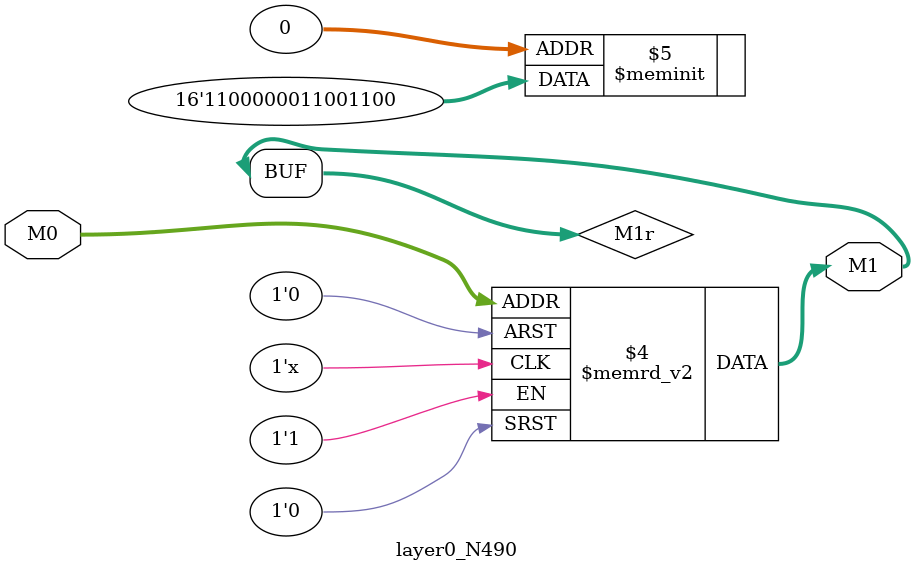
<source format=v>
module layer0_N490 ( input [2:0] M0, output [1:0] M1 );

	(*rom_style = "distributed" *) reg [1:0] M1r;
	assign M1 = M1r;
	always @ (M0) begin
		case (M0)
			3'b000: M1r = 2'b00;
			3'b100: M1r = 2'b00;
			3'b010: M1r = 2'b00;
			3'b110: M1r = 2'b00;
			3'b001: M1r = 2'b11;
			3'b101: M1r = 2'b00;
			3'b011: M1r = 2'b11;
			3'b111: M1r = 2'b11;

		endcase
	end
endmodule

</source>
